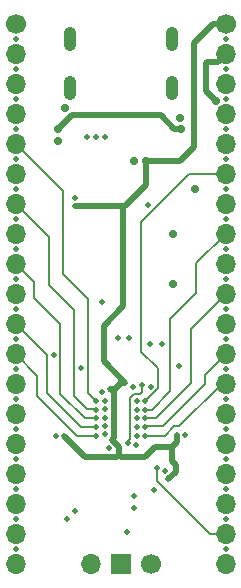
<source format=gbl>
G04 #@! TF.GenerationSoftware,KiCad,Pcbnew,(6.0.4)*
G04 #@! TF.CreationDate,2022-04-25T16:48:54-06:00*
G04 #@! TF.ProjectId,RP2040 Dev Board,52503230-3430-4204-9465-7620426f6172,3*
G04 #@! TF.SameCoordinates,Original*
G04 #@! TF.FileFunction,Copper,L4,Bot*
G04 #@! TF.FilePolarity,Positive*
%FSLAX46Y46*%
G04 Gerber Fmt 4.6, Leading zero omitted, Abs format (unit mm)*
G04 Created by KiCad (PCBNEW (6.0.4)) date 2022-04-25 16:48:54*
%MOMM*%
%LPD*%
G01*
G04 APERTURE LIST*
G04 #@! TA.AperFunction,ComponentPad*
%ADD10O,1.050000X2.100000*%
G04 #@! TD*
G04 #@! TA.AperFunction,ComponentPad*
%ADD11C,1.700000*%
G04 #@! TD*
G04 #@! TA.AperFunction,ComponentPad*
%ADD12R,1.700000X1.700000*%
G04 #@! TD*
G04 #@! TA.AperFunction,ComponentPad*
%ADD13O,1.700000X1.700000*%
G04 #@! TD*
G04 #@! TA.AperFunction,ViaPad*
%ADD14C,0.460000*%
G04 #@! TD*
G04 #@! TA.AperFunction,ViaPad*
%ADD15C,0.700000*%
G04 #@! TD*
G04 #@! TA.AperFunction,Conductor*
%ADD16C,0.200000*%
G04 #@! TD*
G04 #@! TA.AperFunction,Conductor*
%ADD17C,0.500000*%
G04 #@! TD*
G04 APERTURE END LIST*
D10*
X151230000Y-33480000D03*
X142590000Y-33480000D03*
X151230000Y-29300000D03*
X142590000Y-29300000D03*
D11*
X149450000Y-73750000D03*
D12*
X146910000Y-73750000D03*
D13*
X144370000Y-73750000D03*
D11*
X155800000Y-28030000D03*
D13*
X155800000Y-30570000D03*
X155800000Y-33110000D03*
X155800000Y-35650000D03*
X155800000Y-38190000D03*
X155800000Y-40730000D03*
X155800000Y-43270000D03*
X155800000Y-45810000D03*
X155800000Y-48350000D03*
X155800000Y-50890000D03*
X155800000Y-53430000D03*
X155800000Y-55970000D03*
X155800000Y-58510000D03*
X155800000Y-61050000D03*
X155800000Y-63590000D03*
X155800000Y-66130000D03*
X155800000Y-68670000D03*
X155800000Y-71210000D03*
X155800000Y-73750000D03*
D11*
X138020000Y-28030000D03*
D13*
X138020000Y-30570000D03*
X138020000Y-33110000D03*
X138020000Y-35650000D03*
X138020000Y-38190000D03*
X138020000Y-40730000D03*
X138020000Y-43270000D03*
X138020000Y-45810000D03*
X138020000Y-48350000D03*
X138020000Y-50890000D03*
X138020000Y-53430000D03*
X138020000Y-55970000D03*
X138020000Y-58510000D03*
X138020000Y-61050000D03*
X138020000Y-63590000D03*
X138020000Y-66130000D03*
X138020000Y-68670000D03*
X138020000Y-71210000D03*
X138020000Y-73750000D03*
D14*
X145340000Y-59210000D03*
X149220000Y-43400000D03*
X138020000Y-69940000D03*
X155800000Y-42000000D03*
X144090000Y-37580000D03*
X145560000Y-62780000D03*
X148230000Y-63700000D03*
X143060000Y-69290000D03*
X155800000Y-54700000D03*
X155800000Y-47080000D03*
X138020000Y-34380000D03*
X147940000Y-58810000D03*
X138020000Y-31840000D03*
X155800000Y-72480000D03*
D15*
X148060000Y-39620000D03*
D14*
X155800000Y-34380000D03*
X146640000Y-54620000D03*
X138020000Y-36920000D03*
X155800000Y-67400000D03*
X148060000Y-69010000D03*
X141400000Y-62920000D03*
X147400000Y-71060000D03*
X145310000Y-51530000D03*
X148260000Y-59950000D03*
X145560000Y-62072500D03*
X138020000Y-54700000D03*
D15*
X142205818Y-35149310D03*
D14*
X149420000Y-55150000D03*
X148260000Y-62147500D03*
X155800000Y-36920000D03*
X155800000Y-44540000D03*
X152380000Y-62860000D03*
D15*
X141630000Y-37910000D03*
D14*
X138020000Y-72480000D03*
X145910000Y-63920000D03*
X155800000Y-69940000D03*
X149440000Y-58740000D03*
X155800000Y-59780000D03*
X148260000Y-62880000D03*
X138020000Y-52160000D03*
X148060000Y-68020000D03*
X155800000Y-64860000D03*
X142390000Y-69940000D03*
X138020000Y-39460000D03*
X138020000Y-49620000D03*
D15*
X151370000Y-50080000D03*
D14*
X144850000Y-37580000D03*
X155800000Y-49620000D03*
X155800000Y-57240000D03*
X138020000Y-64860000D03*
X138020000Y-29300000D03*
X145560000Y-59950000D03*
X138020000Y-44540000D03*
X148260000Y-60682500D03*
X151850000Y-57000000D03*
X138020000Y-67400000D03*
D15*
X151340000Y-45790000D03*
X151888210Y-35992475D03*
D14*
X155800000Y-62320000D03*
X148260000Y-61415000D03*
X138020000Y-47080000D03*
D15*
X153170000Y-42000000D03*
D14*
X138020000Y-57240000D03*
X138020000Y-42000000D03*
X145610000Y-37580000D03*
X150630000Y-65900000D03*
X155800000Y-39460000D03*
X143020000Y-42770000D03*
X155800000Y-31840000D03*
X138020000Y-62320000D03*
X145560000Y-61365000D03*
X149718314Y-67518902D03*
X147600000Y-54620000D03*
X141245000Y-56055000D03*
X145560000Y-60657500D03*
X138020000Y-59780000D03*
X155800000Y-29300000D03*
X155800000Y-52160000D03*
X143510000Y-57150000D03*
X150370000Y-55150000D03*
X147520000Y-63550000D03*
X148715016Y-58613579D03*
X144830000Y-59960000D03*
X144820000Y-60690000D03*
X144830000Y-61430000D03*
X144830000Y-62150000D03*
X144830000Y-62880000D03*
X149980000Y-65590000D03*
X148980000Y-62900000D03*
X148990000Y-62160000D03*
X148980000Y-61410000D03*
X148980000Y-60680000D03*
X148980000Y-59940000D03*
D15*
X149050000Y-39620000D03*
D14*
X143060000Y-43480000D03*
X146190000Y-63250000D03*
X142110000Y-62910000D03*
X150940000Y-66560000D03*
X146020000Y-58930000D03*
X151670000Y-62850000D03*
X147300000Y-58450000D03*
D15*
X152020000Y-36910000D03*
X141620000Y-36900000D03*
X154990000Y-34550000D03*
D16*
X147670000Y-59740000D02*
X148070000Y-59340000D01*
X148715016Y-59184984D02*
X148715016Y-58613579D01*
X148560000Y-59340000D02*
X148715016Y-59184984D01*
X147520000Y-63550000D02*
X147520000Y-63330000D01*
X147520000Y-63330000D02*
X147670000Y-63180000D01*
X148070000Y-59340000D02*
X148560000Y-59340000D01*
X147670000Y-63180000D02*
X147670000Y-59740000D01*
X142030000Y-49210000D02*
X142030000Y-42180000D01*
X138040000Y-38190000D02*
X138020000Y-38190000D01*
X144830000Y-59960000D02*
X144140000Y-59270000D01*
X144140000Y-51320000D02*
X142030000Y-49210000D01*
X144140000Y-59270000D02*
X144140000Y-51320000D01*
X142030000Y-42180000D02*
X138040000Y-38190000D01*
X140800000Y-46050000D02*
X138020000Y-43270000D01*
X142980000Y-52290000D02*
X140800000Y-50110000D01*
X144820000Y-60690000D02*
X144780000Y-60650000D01*
X144090000Y-60650000D02*
X142980000Y-59540000D01*
X142980000Y-59540000D02*
X142980000Y-52290000D01*
X140800000Y-50110000D02*
X140800000Y-46050000D01*
X144780000Y-60650000D02*
X144090000Y-60650000D01*
X141770000Y-59350000D02*
X141770000Y-53470000D01*
X139550000Y-51250000D02*
X139550000Y-49880000D01*
X143850000Y-61430000D02*
X141770000Y-59350000D01*
X144830000Y-61430000D02*
X143850000Y-61430000D01*
X141770000Y-53470000D02*
X139550000Y-51250000D01*
X139550000Y-49880000D02*
X138020000Y-48350000D01*
X140680000Y-59310000D02*
X140680000Y-56090000D01*
X143520000Y-62150000D02*
X140680000Y-59310000D01*
X144830000Y-62150000D02*
X143520000Y-62150000D01*
X140680000Y-56090000D02*
X138020000Y-53430000D01*
X143170000Y-62880000D02*
X139850000Y-59560000D01*
X144830000Y-62880000D02*
X143170000Y-62880000D01*
X139850000Y-57800000D02*
X138020000Y-55970000D01*
X139850000Y-59560000D02*
X139850000Y-57800000D01*
X149980000Y-65590000D02*
X149980000Y-66690000D01*
X154500000Y-71210000D02*
X155800000Y-71210000D01*
X149980000Y-66690000D02*
X154500000Y-71210000D01*
X151860000Y-62090000D02*
X155440000Y-58510000D01*
X151430000Y-62090000D02*
X151860000Y-62090000D01*
X155440000Y-58510000D02*
X155800000Y-58510000D01*
X148980000Y-62900000D02*
X150620000Y-62900000D01*
X150620000Y-62900000D02*
X151430000Y-62090000D01*
X149070000Y-62080000D02*
X150490000Y-62080000D01*
X154050000Y-58520000D02*
X154050000Y-57720000D01*
X154050000Y-57720000D02*
X155800000Y-55970000D01*
X148990000Y-62160000D02*
X149070000Y-62080000D01*
X150490000Y-62080000D02*
X154050000Y-58520000D01*
X152870000Y-53820000D02*
X155800000Y-50890000D01*
X148980000Y-61410000D02*
X149890000Y-61410000D01*
X149890000Y-61410000D02*
X152870000Y-58430000D01*
X152870000Y-58430000D02*
X152870000Y-53820000D01*
X153310000Y-50800000D02*
X153310000Y-48300000D01*
X153310000Y-48300000D02*
X155800000Y-45810000D01*
X151100000Y-59120000D02*
X151100000Y-53010000D01*
X149540000Y-60680000D02*
X151100000Y-59120000D01*
X151100000Y-53010000D02*
X153310000Y-50800000D01*
X148980000Y-60680000D02*
X149540000Y-60680000D01*
X148640000Y-44800000D02*
X152710000Y-40730000D01*
X152710000Y-40730000D02*
X155800000Y-40730000D01*
X150050000Y-58870000D02*
X150050000Y-57180000D01*
X150050000Y-57180000D02*
X148640000Y-55770000D01*
X148640000Y-55770000D02*
X148640000Y-44800000D01*
X148980000Y-59940000D02*
X150050000Y-58870000D01*
D17*
X149050000Y-39620000D02*
X149050000Y-41650000D01*
X151570000Y-65930000D02*
X150940000Y-66560000D01*
X143900000Y-64700000D02*
X142110000Y-62910000D01*
X146190000Y-63250000D02*
X146760000Y-63820000D01*
X149050000Y-39620000D02*
X151960000Y-39620000D01*
X146190000Y-63250000D02*
X146320000Y-63120000D01*
X145450000Y-53630000D02*
X145450000Y-56600000D01*
X147300000Y-58450000D02*
X146920000Y-58450000D01*
X147130000Y-51950000D02*
X145450000Y-53630000D01*
X146320000Y-63120000D02*
X146320000Y-59230000D01*
X145670000Y-43470000D02*
X147230000Y-43470000D01*
X146440000Y-58930000D02*
X146020000Y-58930000D01*
X151270000Y-63820000D02*
X151670000Y-63420000D01*
X148940000Y-64680000D02*
X149800000Y-63820000D01*
X143060000Y-43480000D02*
X143070000Y-43470000D01*
X153090000Y-29630000D02*
X154690000Y-28030000D01*
X149050000Y-41650000D02*
X147230000Y-43470000D01*
X147050000Y-43470000D02*
X147130000Y-43550000D01*
X151670000Y-63420000D02*
X151670000Y-62850000D01*
X146760000Y-64490000D02*
X146550000Y-64700000D01*
X146950000Y-64680000D02*
X148940000Y-64680000D01*
X143070000Y-43470000D02*
X145670000Y-43470000D01*
X151270000Y-63820000D02*
X151270000Y-65060000D01*
X151440000Y-65230000D02*
X151570000Y-65360000D01*
X146320000Y-59230000D02*
X146020000Y-58930000D01*
X146550000Y-64700000D02*
X143900000Y-64700000D01*
X153090000Y-38490000D02*
X153090000Y-29630000D01*
X149800000Y-63820000D02*
X151270000Y-63820000D01*
X151270000Y-65060000D02*
X151440000Y-65230000D01*
X146760000Y-63820000D02*
X146760000Y-64490000D01*
X151570000Y-65360000D02*
X151570000Y-65930000D01*
X146760000Y-64490000D02*
X146950000Y-64680000D01*
X145450000Y-56600000D02*
X147300000Y-58450000D01*
X145670000Y-43470000D02*
X147050000Y-43470000D01*
X146920000Y-58450000D02*
X146440000Y-58930000D01*
X154690000Y-28030000D02*
X155800000Y-28030000D01*
X147130000Y-43550000D02*
X147130000Y-51950000D01*
X151960000Y-39620000D02*
X153090000Y-38490000D01*
X142750000Y-35770000D02*
X150290000Y-35770000D01*
X141620000Y-36900000D02*
X142750000Y-35770000D01*
X151430000Y-36910000D02*
X152020000Y-36910000D01*
X150290000Y-35770000D02*
X151430000Y-36910000D01*
X154990000Y-34550000D02*
X154160000Y-33720000D01*
X154280000Y-31240000D02*
X155130000Y-31240000D01*
X154160000Y-31360000D02*
X154280000Y-31240000D01*
X154160000Y-33720000D02*
X154160000Y-31360000D01*
X155130000Y-31240000D02*
X155800000Y-30570000D01*
M02*

</source>
